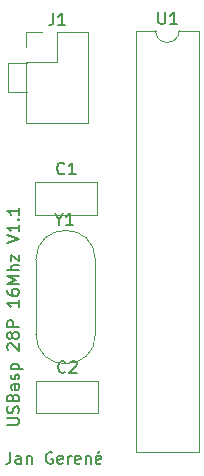
<source format=gbr>
%TF.GenerationSoftware,KiCad,Pcbnew,(5.1.7)-1*%
%TF.CreationDate,2021-02-08T15:15:02+01:00*%
%TF.ProjectId,usbasp16Mhz,75736261-7370-4313-964d-687a2e6b6963,rev?*%
%TF.SameCoordinates,Original*%
%TF.FileFunction,Legend,Top*%
%TF.FilePolarity,Positive*%
%FSLAX46Y46*%
G04 Gerber Fmt 4.6, Leading zero omitted, Abs format (unit mm)*
G04 Created by KiCad (PCBNEW (5.1.7)-1) date 2021-02-08 15:15:02*
%MOMM*%
%LPD*%
G01*
G04 APERTURE LIST*
%ADD10C,0.120000*%
%ADD11C,0.150000*%
G04 APERTURE END LIST*
D10*
X130900000Y-90800000D02*
X132500000Y-90800000D01*
X130900000Y-88300000D02*
X130900000Y-90800000D01*
X132500000Y-88300000D02*
X130900000Y-88300000D01*
D11*
X131109523Y-121252380D02*
X131109523Y-121966666D01*
X131061904Y-122109523D01*
X130966666Y-122204761D01*
X130823809Y-122252380D01*
X130728571Y-122252380D01*
X132014285Y-122252380D02*
X132014285Y-121728571D01*
X131966666Y-121633333D01*
X131871428Y-121585714D01*
X131680952Y-121585714D01*
X131585714Y-121633333D01*
X132014285Y-122204761D02*
X131919047Y-122252380D01*
X131680952Y-122252380D01*
X131585714Y-122204761D01*
X131538095Y-122109523D01*
X131538095Y-122014285D01*
X131585714Y-121919047D01*
X131680952Y-121871428D01*
X131919047Y-121871428D01*
X132014285Y-121823809D01*
X132490476Y-121585714D02*
X132490476Y-122252380D01*
X132490476Y-121680952D02*
X132538095Y-121633333D01*
X132633333Y-121585714D01*
X132776190Y-121585714D01*
X132871428Y-121633333D01*
X132919047Y-121728571D01*
X132919047Y-122252380D01*
X134680952Y-121300000D02*
X134585714Y-121252380D01*
X134442857Y-121252380D01*
X134300000Y-121300000D01*
X134204761Y-121395238D01*
X134157142Y-121490476D01*
X134109523Y-121680952D01*
X134109523Y-121823809D01*
X134157142Y-122014285D01*
X134204761Y-122109523D01*
X134300000Y-122204761D01*
X134442857Y-122252380D01*
X134538095Y-122252380D01*
X134680952Y-122204761D01*
X134728571Y-122157142D01*
X134728571Y-121823809D01*
X134538095Y-121823809D01*
X135538095Y-122204761D02*
X135442857Y-122252380D01*
X135252380Y-122252380D01*
X135157142Y-122204761D01*
X135109523Y-122109523D01*
X135109523Y-121728571D01*
X135157142Y-121633333D01*
X135252380Y-121585714D01*
X135442857Y-121585714D01*
X135538095Y-121633333D01*
X135585714Y-121728571D01*
X135585714Y-121823809D01*
X135109523Y-121919047D01*
X136014285Y-122252380D02*
X136014285Y-121585714D01*
X136014285Y-121776190D02*
X136061904Y-121680952D01*
X136109523Y-121633333D01*
X136204761Y-121585714D01*
X136300000Y-121585714D01*
X137014285Y-122204761D02*
X136919047Y-122252380D01*
X136728571Y-122252380D01*
X136633333Y-122204761D01*
X136585714Y-122109523D01*
X136585714Y-121728571D01*
X136633333Y-121633333D01*
X136728571Y-121585714D01*
X136919047Y-121585714D01*
X137014285Y-121633333D01*
X137061904Y-121728571D01*
X137061904Y-121823809D01*
X136585714Y-121919047D01*
X137490476Y-121585714D02*
X137490476Y-122252380D01*
X137490476Y-121680952D02*
X137538095Y-121633333D01*
X137633333Y-121585714D01*
X137776190Y-121585714D01*
X137871428Y-121633333D01*
X137919047Y-121728571D01*
X137919047Y-122252380D01*
X138776190Y-122204761D02*
X138680952Y-122252380D01*
X138490476Y-122252380D01*
X138395238Y-122204761D01*
X138347619Y-122109523D01*
X138347619Y-121728571D01*
X138395238Y-121633333D01*
X138490476Y-121585714D01*
X138680952Y-121585714D01*
X138776190Y-121633333D01*
X138823809Y-121728571D01*
X138823809Y-121823809D01*
X138347619Y-121919047D01*
X138680952Y-121204761D02*
X138538095Y-121347619D01*
X130852380Y-118966666D02*
X131661904Y-118966666D01*
X131757142Y-118919047D01*
X131804761Y-118871428D01*
X131852380Y-118776190D01*
X131852380Y-118585714D01*
X131804761Y-118490476D01*
X131757142Y-118442857D01*
X131661904Y-118395238D01*
X130852380Y-118395238D01*
X131804761Y-117966666D02*
X131852380Y-117823809D01*
X131852380Y-117585714D01*
X131804761Y-117490476D01*
X131757142Y-117442857D01*
X131661904Y-117395238D01*
X131566666Y-117395238D01*
X131471428Y-117442857D01*
X131423809Y-117490476D01*
X131376190Y-117585714D01*
X131328571Y-117776190D01*
X131280952Y-117871428D01*
X131233333Y-117919047D01*
X131138095Y-117966666D01*
X131042857Y-117966666D01*
X130947619Y-117919047D01*
X130900000Y-117871428D01*
X130852380Y-117776190D01*
X130852380Y-117538095D01*
X130900000Y-117395238D01*
X131328571Y-116633333D02*
X131376190Y-116490476D01*
X131423809Y-116442857D01*
X131519047Y-116395238D01*
X131661904Y-116395238D01*
X131757142Y-116442857D01*
X131804761Y-116490476D01*
X131852380Y-116585714D01*
X131852380Y-116966666D01*
X130852380Y-116966666D01*
X130852380Y-116633333D01*
X130900000Y-116538095D01*
X130947619Y-116490476D01*
X131042857Y-116442857D01*
X131138095Y-116442857D01*
X131233333Y-116490476D01*
X131280952Y-116538095D01*
X131328571Y-116633333D01*
X131328571Y-116966666D01*
X131852380Y-115538095D02*
X131328571Y-115538095D01*
X131233333Y-115585714D01*
X131185714Y-115680952D01*
X131185714Y-115871428D01*
X131233333Y-115966666D01*
X131804761Y-115538095D02*
X131852380Y-115633333D01*
X131852380Y-115871428D01*
X131804761Y-115966666D01*
X131709523Y-116014285D01*
X131614285Y-116014285D01*
X131519047Y-115966666D01*
X131471428Y-115871428D01*
X131471428Y-115633333D01*
X131423809Y-115538095D01*
X131804761Y-115109523D02*
X131852380Y-115014285D01*
X131852380Y-114823809D01*
X131804761Y-114728571D01*
X131709523Y-114680952D01*
X131661904Y-114680952D01*
X131566666Y-114728571D01*
X131519047Y-114823809D01*
X131519047Y-114966666D01*
X131471428Y-115061904D01*
X131376190Y-115109523D01*
X131328571Y-115109523D01*
X131233333Y-115061904D01*
X131185714Y-114966666D01*
X131185714Y-114823809D01*
X131233333Y-114728571D01*
X131185714Y-114252380D02*
X132185714Y-114252380D01*
X131233333Y-114252380D02*
X131185714Y-114157142D01*
X131185714Y-113966666D01*
X131233333Y-113871428D01*
X131280952Y-113823809D01*
X131376190Y-113776190D01*
X131661904Y-113776190D01*
X131757142Y-113823809D01*
X131804761Y-113871428D01*
X131852380Y-113966666D01*
X131852380Y-114157142D01*
X131804761Y-114252380D01*
X130947619Y-112633333D02*
X130900000Y-112585714D01*
X130852380Y-112490476D01*
X130852380Y-112252380D01*
X130900000Y-112157142D01*
X130947619Y-112109523D01*
X131042857Y-112061904D01*
X131138095Y-112061904D01*
X131280952Y-112109523D01*
X131852380Y-112680952D01*
X131852380Y-112061904D01*
X131280952Y-111490476D02*
X131233333Y-111585714D01*
X131185714Y-111633333D01*
X131090476Y-111680952D01*
X131042857Y-111680952D01*
X130947619Y-111633333D01*
X130900000Y-111585714D01*
X130852380Y-111490476D01*
X130852380Y-111300000D01*
X130900000Y-111204761D01*
X130947619Y-111157142D01*
X131042857Y-111109523D01*
X131090476Y-111109523D01*
X131185714Y-111157142D01*
X131233333Y-111204761D01*
X131280952Y-111300000D01*
X131280952Y-111490476D01*
X131328571Y-111585714D01*
X131376190Y-111633333D01*
X131471428Y-111680952D01*
X131661904Y-111680952D01*
X131757142Y-111633333D01*
X131804761Y-111585714D01*
X131852380Y-111490476D01*
X131852380Y-111300000D01*
X131804761Y-111204761D01*
X131757142Y-111157142D01*
X131661904Y-111109523D01*
X131471428Y-111109523D01*
X131376190Y-111157142D01*
X131328571Y-111204761D01*
X131280952Y-111300000D01*
X131852380Y-110680952D02*
X130852380Y-110680952D01*
X130852380Y-110300000D01*
X130900000Y-110204761D01*
X130947619Y-110157142D01*
X131042857Y-110109523D01*
X131185714Y-110109523D01*
X131280952Y-110157142D01*
X131328571Y-110204761D01*
X131376190Y-110300000D01*
X131376190Y-110680952D01*
X131852380Y-108395238D02*
X131852380Y-108966666D01*
X131852380Y-108680952D02*
X130852380Y-108680952D01*
X130995238Y-108776190D01*
X131090476Y-108871428D01*
X131138095Y-108966666D01*
X130852380Y-107538095D02*
X130852380Y-107728571D01*
X130900000Y-107823809D01*
X130947619Y-107871428D01*
X131090476Y-107966666D01*
X131280952Y-108014285D01*
X131661904Y-108014285D01*
X131757142Y-107966666D01*
X131804761Y-107919047D01*
X131852380Y-107823809D01*
X131852380Y-107633333D01*
X131804761Y-107538095D01*
X131757142Y-107490476D01*
X131661904Y-107442857D01*
X131423809Y-107442857D01*
X131328571Y-107490476D01*
X131280952Y-107538095D01*
X131233333Y-107633333D01*
X131233333Y-107823809D01*
X131280952Y-107919047D01*
X131328571Y-107966666D01*
X131423809Y-108014285D01*
X131852380Y-107014285D02*
X130852380Y-107014285D01*
X131566666Y-106680952D01*
X130852380Y-106347619D01*
X131852380Y-106347619D01*
X131852380Y-105871428D02*
X130852380Y-105871428D01*
X131852380Y-105442857D02*
X131328571Y-105442857D01*
X131233333Y-105490476D01*
X131185714Y-105585714D01*
X131185714Y-105728571D01*
X131233333Y-105823809D01*
X131280952Y-105871428D01*
X131185714Y-105061904D02*
X131185714Y-104538095D01*
X131852380Y-105061904D01*
X131852380Y-104538095D01*
X130852380Y-103538095D02*
X131852380Y-103204761D01*
X130852380Y-102871428D01*
X131852380Y-102014285D02*
X131852380Y-102585714D01*
X131852380Y-102300000D02*
X130852380Y-102300000D01*
X130995238Y-102395238D01*
X131090476Y-102490476D01*
X131138095Y-102585714D01*
X131757142Y-101585714D02*
X131804761Y-101538095D01*
X131852380Y-101585714D01*
X131804761Y-101633333D01*
X131757142Y-101585714D01*
X131852380Y-101585714D01*
X131852380Y-100585714D02*
X131852380Y-101157142D01*
X131852380Y-100871428D02*
X130852380Y-100871428D01*
X130995238Y-100966666D01*
X131090476Y-101061904D01*
X131138095Y-101157142D01*
D10*
%TO.C,J1*%
X132470000Y-85670000D02*
X133800000Y-85670000D01*
X132470000Y-87000000D02*
X132470000Y-85670000D01*
X135070000Y-85670000D02*
X137670000Y-85670000D01*
X135070000Y-88270000D02*
X135070000Y-85670000D01*
X132470000Y-88270000D02*
X135070000Y-88270000D01*
X137670000Y-85670000D02*
X137670000Y-93410000D01*
X132470000Y-88270000D02*
X132470000Y-93410000D01*
X132470000Y-93410000D02*
X137670000Y-93410000D01*
%TO.C,U1*%
X147060000Y-85570000D02*
X145410000Y-85570000D01*
X147060000Y-121250000D02*
X147060000Y-85570000D01*
X141760000Y-121250000D02*
X147060000Y-121250000D01*
X141760000Y-85570000D02*
X141760000Y-121250000D01*
X143410000Y-85570000D02*
X141760000Y-85570000D01*
X145410000Y-85570000D02*
G75*
G02*
X143410000Y-85570000I-1000000J0D01*
G01*
%TO.C,Y1*%
X133275000Y-105015000D02*
X133275000Y-111265000D01*
X138325000Y-105015000D02*
X138325000Y-111265000D01*
X133275000Y-105015000D02*
G75*
G02*
X138325000Y-105015000I2525000J0D01*
G01*
X133275000Y-111265000D02*
G75*
G03*
X138325000Y-111265000I2525000J0D01*
G01*
%TO.C,C2*%
X133330000Y-115230000D02*
X138570000Y-115230000D01*
X133330000Y-117970000D02*
X138570000Y-117970000D01*
X133330000Y-115230000D02*
X133330000Y-117970000D01*
X138570000Y-115230000D02*
X138570000Y-117970000D01*
%TO.C,C1*%
X133230000Y-98430000D02*
X138470000Y-98430000D01*
X133230000Y-101170000D02*
X138470000Y-101170000D01*
X133230000Y-98430000D02*
X133230000Y-101170000D01*
X138470000Y-98430000D02*
X138470000Y-101170000D01*
%TD*%
%TO.C,J1*%
D11*
X134736666Y-84122380D02*
X134736666Y-84836666D01*
X134689047Y-84979523D01*
X134593809Y-85074761D01*
X134450952Y-85122380D01*
X134355714Y-85122380D01*
X135736666Y-85122380D02*
X135165238Y-85122380D01*
X135450952Y-85122380D02*
X135450952Y-84122380D01*
X135355714Y-84265238D01*
X135260476Y-84360476D01*
X135165238Y-84408095D01*
%TO.C,U1*%
X143648095Y-84022380D02*
X143648095Y-84831904D01*
X143695714Y-84927142D01*
X143743333Y-84974761D01*
X143838571Y-85022380D01*
X144029047Y-85022380D01*
X144124285Y-84974761D01*
X144171904Y-84927142D01*
X144219523Y-84831904D01*
X144219523Y-84022380D01*
X145219523Y-85022380D02*
X144648095Y-85022380D01*
X144933809Y-85022380D02*
X144933809Y-84022380D01*
X144838571Y-84165238D01*
X144743333Y-84260476D01*
X144648095Y-84308095D01*
%TO.C,Y1*%
X135223809Y-101576190D02*
X135223809Y-102052380D01*
X134890476Y-101052380D02*
X135223809Y-101576190D01*
X135557142Y-101052380D01*
X136414285Y-102052380D02*
X135842857Y-102052380D01*
X136128571Y-102052380D02*
X136128571Y-101052380D01*
X136033333Y-101195238D01*
X135938095Y-101290476D01*
X135842857Y-101338095D01*
%TO.C,C2*%
X135783333Y-114457142D02*
X135735714Y-114504761D01*
X135592857Y-114552380D01*
X135497619Y-114552380D01*
X135354761Y-114504761D01*
X135259523Y-114409523D01*
X135211904Y-114314285D01*
X135164285Y-114123809D01*
X135164285Y-113980952D01*
X135211904Y-113790476D01*
X135259523Y-113695238D01*
X135354761Y-113600000D01*
X135497619Y-113552380D01*
X135592857Y-113552380D01*
X135735714Y-113600000D01*
X135783333Y-113647619D01*
X136164285Y-113647619D02*
X136211904Y-113600000D01*
X136307142Y-113552380D01*
X136545238Y-113552380D01*
X136640476Y-113600000D01*
X136688095Y-113647619D01*
X136735714Y-113742857D01*
X136735714Y-113838095D01*
X136688095Y-113980952D01*
X136116666Y-114552380D01*
X136735714Y-114552380D01*
%TO.C,C1*%
X135683333Y-97657142D02*
X135635714Y-97704761D01*
X135492857Y-97752380D01*
X135397619Y-97752380D01*
X135254761Y-97704761D01*
X135159523Y-97609523D01*
X135111904Y-97514285D01*
X135064285Y-97323809D01*
X135064285Y-97180952D01*
X135111904Y-96990476D01*
X135159523Y-96895238D01*
X135254761Y-96800000D01*
X135397619Y-96752380D01*
X135492857Y-96752380D01*
X135635714Y-96800000D01*
X135683333Y-96847619D01*
X136635714Y-97752380D02*
X136064285Y-97752380D01*
X136350000Y-97752380D02*
X136350000Y-96752380D01*
X136254761Y-96895238D01*
X136159523Y-96990476D01*
X136064285Y-97038095D01*
%TD*%
M02*

</source>
